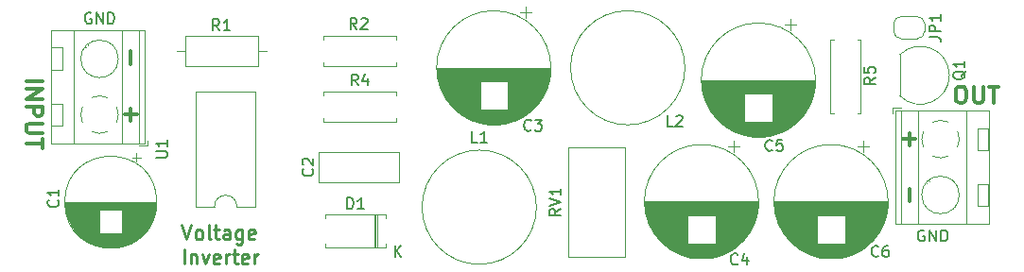
<source format=gto>
%TF.GenerationSoftware,KiCad,Pcbnew,(5.1.12)-1*%
%TF.CreationDate,2022-12-12T19:03:57+01:00*%
%TF.ProjectId,MC34063_invert,4d433334-3036-4335-9f69-6e766572742e,rev?*%
%TF.SameCoordinates,Original*%
%TF.FileFunction,Legend,Top*%
%TF.FilePolarity,Positive*%
%FSLAX46Y46*%
G04 Gerber Fmt 4.6, Leading zero omitted, Abs format (unit mm)*
G04 Created by KiCad (PCBNEW (5.1.12)-1) date 2022-12-12 19:03:57*
%MOMM*%
%LPD*%
G01*
G04 APERTURE LIST*
%ADD10C,0.300000*%
%ADD11C,0.250000*%
%ADD12C,0.150000*%
%ADD13C,0.120000*%
G04 APERTURE END LIST*
D10*
X55307142Y-64171428D02*
X55307142Y-63028571D01*
X55307142Y-69271428D02*
X55307142Y-68128571D01*
X55878571Y-68700000D02*
X54735714Y-68700000D01*
X125007142Y-76471428D02*
X125007142Y-75328571D01*
X125007142Y-71471428D02*
X125007142Y-70328571D01*
X125578571Y-70900000D02*
X124435714Y-70900000D01*
D11*
X59881547Y-78588095D02*
X60298214Y-79888095D01*
X60714880Y-78588095D01*
X61310119Y-79888095D02*
X61191071Y-79826190D01*
X61131547Y-79764285D01*
X61072023Y-79640476D01*
X61072023Y-79269047D01*
X61131547Y-79145238D01*
X61191071Y-79083333D01*
X61310119Y-79021428D01*
X61488690Y-79021428D01*
X61607738Y-79083333D01*
X61667261Y-79145238D01*
X61726785Y-79269047D01*
X61726785Y-79640476D01*
X61667261Y-79764285D01*
X61607738Y-79826190D01*
X61488690Y-79888095D01*
X61310119Y-79888095D01*
X62441071Y-79888095D02*
X62322023Y-79826190D01*
X62262500Y-79702380D01*
X62262500Y-78588095D01*
X62738690Y-79021428D02*
X63214880Y-79021428D01*
X62917261Y-78588095D02*
X62917261Y-79702380D01*
X62976785Y-79826190D01*
X63095833Y-79888095D01*
X63214880Y-79888095D01*
X64167261Y-79888095D02*
X64167261Y-79207142D01*
X64107738Y-79083333D01*
X63988690Y-79021428D01*
X63750595Y-79021428D01*
X63631547Y-79083333D01*
X64167261Y-79826190D02*
X64048214Y-79888095D01*
X63750595Y-79888095D01*
X63631547Y-79826190D01*
X63572023Y-79702380D01*
X63572023Y-79578571D01*
X63631547Y-79454761D01*
X63750595Y-79392857D01*
X64048214Y-79392857D01*
X64167261Y-79330952D01*
X65298214Y-79021428D02*
X65298214Y-80073809D01*
X65238690Y-80197619D01*
X65179166Y-80259523D01*
X65060119Y-80321428D01*
X64881547Y-80321428D01*
X64762500Y-80259523D01*
X65298214Y-79826190D02*
X65179166Y-79888095D01*
X64941071Y-79888095D01*
X64822023Y-79826190D01*
X64762500Y-79764285D01*
X64702976Y-79640476D01*
X64702976Y-79269047D01*
X64762500Y-79145238D01*
X64822023Y-79083333D01*
X64941071Y-79021428D01*
X65179166Y-79021428D01*
X65298214Y-79083333D01*
X66369642Y-79826190D02*
X66250595Y-79888095D01*
X66012500Y-79888095D01*
X65893452Y-79826190D01*
X65833928Y-79702380D01*
X65833928Y-79207142D01*
X65893452Y-79083333D01*
X66012500Y-79021428D01*
X66250595Y-79021428D01*
X66369642Y-79083333D01*
X66429166Y-79207142D01*
X66429166Y-79330952D01*
X65833928Y-79454761D01*
X60060119Y-82088095D02*
X60060119Y-80788095D01*
X60655357Y-81221428D02*
X60655357Y-82088095D01*
X60655357Y-81345238D02*
X60714880Y-81283333D01*
X60833928Y-81221428D01*
X61012500Y-81221428D01*
X61131547Y-81283333D01*
X61191071Y-81407142D01*
X61191071Y-82088095D01*
X61667261Y-81221428D02*
X61964880Y-82088095D01*
X62262500Y-81221428D01*
X63214880Y-82026190D02*
X63095833Y-82088095D01*
X62857738Y-82088095D01*
X62738690Y-82026190D01*
X62679166Y-81902380D01*
X62679166Y-81407142D01*
X62738690Y-81283333D01*
X62857738Y-81221428D01*
X63095833Y-81221428D01*
X63214880Y-81283333D01*
X63274404Y-81407142D01*
X63274404Y-81530952D01*
X62679166Y-81654761D01*
X63810119Y-82088095D02*
X63810119Y-81221428D01*
X63810119Y-81469047D02*
X63869642Y-81345238D01*
X63929166Y-81283333D01*
X64048214Y-81221428D01*
X64167261Y-81221428D01*
X64405357Y-81221428D02*
X64881547Y-81221428D01*
X64583928Y-80788095D02*
X64583928Y-81902380D01*
X64643452Y-82026190D01*
X64762500Y-82088095D01*
X64881547Y-82088095D01*
X65774404Y-82026190D02*
X65655357Y-82088095D01*
X65417261Y-82088095D01*
X65298214Y-82026190D01*
X65238690Y-81902380D01*
X65238690Y-81407142D01*
X65298214Y-81283333D01*
X65417261Y-81221428D01*
X65655357Y-81221428D01*
X65774404Y-81283333D01*
X65833928Y-81407142D01*
X65833928Y-81530952D01*
X65238690Y-81654761D01*
X66369642Y-82088095D02*
X66369642Y-81221428D01*
X66369642Y-81469047D02*
X66429166Y-81345238D01*
X66488690Y-81283333D01*
X66607738Y-81221428D01*
X66726785Y-81221428D01*
D12*
X126338095Y-79100000D02*
X126242857Y-79052380D01*
X126100000Y-79052380D01*
X125957142Y-79100000D01*
X125861904Y-79195238D01*
X125814285Y-79290476D01*
X125766666Y-79480952D01*
X125766666Y-79623809D01*
X125814285Y-79814285D01*
X125861904Y-79909523D01*
X125957142Y-80004761D01*
X126100000Y-80052380D01*
X126195238Y-80052380D01*
X126338095Y-80004761D01*
X126385714Y-79957142D01*
X126385714Y-79623809D01*
X126195238Y-79623809D01*
X126814285Y-80052380D02*
X126814285Y-79052380D01*
X127385714Y-80052380D01*
X127385714Y-79052380D01*
X127861904Y-80052380D02*
X127861904Y-79052380D01*
X128100000Y-79052380D01*
X128242857Y-79100000D01*
X128338095Y-79195238D01*
X128385714Y-79290476D01*
X128433333Y-79480952D01*
X128433333Y-79623809D01*
X128385714Y-79814285D01*
X128338095Y-79909523D01*
X128242857Y-80004761D01*
X128100000Y-80052380D01*
X127861904Y-80052380D01*
D10*
X129500000Y-66178571D02*
X129785714Y-66178571D01*
X129928571Y-66250000D01*
X130071428Y-66392857D01*
X130142857Y-66678571D01*
X130142857Y-67178571D01*
X130071428Y-67464285D01*
X129928571Y-67607142D01*
X129785714Y-67678571D01*
X129500000Y-67678571D01*
X129357142Y-67607142D01*
X129214285Y-67464285D01*
X129142857Y-67178571D01*
X129142857Y-66678571D01*
X129214285Y-66392857D01*
X129357142Y-66250000D01*
X129500000Y-66178571D01*
X130785714Y-66178571D02*
X130785714Y-67392857D01*
X130857142Y-67535714D01*
X130928571Y-67607142D01*
X131071428Y-67678571D01*
X131357142Y-67678571D01*
X131500000Y-67607142D01*
X131571428Y-67535714D01*
X131642857Y-67392857D01*
X131642857Y-66178571D01*
X132142857Y-66178571D02*
X133000000Y-66178571D01*
X132571428Y-67678571D02*
X132571428Y-66178571D01*
D12*
X51738095Y-59600000D02*
X51642857Y-59552380D01*
X51500000Y-59552380D01*
X51357142Y-59600000D01*
X51261904Y-59695238D01*
X51214285Y-59790476D01*
X51166666Y-59980952D01*
X51166666Y-60123809D01*
X51214285Y-60314285D01*
X51261904Y-60409523D01*
X51357142Y-60504761D01*
X51500000Y-60552380D01*
X51595238Y-60552380D01*
X51738095Y-60504761D01*
X51785714Y-60457142D01*
X51785714Y-60123809D01*
X51595238Y-60123809D01*
X52214285Y-60552380D02*
X52214285Y-59552380D01*
X52785714Y-60552380D01*
X52785714Y-59552380D01*
X53261904Y-60552380D02*
X53261904Y-59552380D01*
X53500000Y-59552380D01*
X53642857Y-59600000D01*
X53738095Y-59695238D01*
X53785714Y-59790476D01*
X53833333Y-59980952D01*
X53833333Y-60123809D01*
X53785714Y-60314285D01*
X53738095Y-60409523D01*
X53642857Y-60504761D01*
X53500000Y-60552380D01*
X53261904Y-60552380D01*
D10*
X45921428Y-65707142D02*
X47421428Y-65707142D01*
X45921428Y-66421428D02*
X47421428Y-66421428D01*
X45921428Y-67278571D01*
X47421428Y-67278571D01*
X45921428Y-67992857D02*
X47421428Y-67992857D01*
X47421428Y-68564285D01*
X47350000Y-68707142D01*
X47278571Y-68778571D01*
X47135714Y-68850000D01*
X46921428Y-68850000D01*
X46778571Y-68778571D01*
X46707142Y-68707142D01*
X46635714Y-68564285D01*
X46635714Y-67992857D01*
X47421428Y-69492857D02*
X46207142Y-69492857D01*
X46064285Y-69564285D01*
X45992857Y-69635714D01*
X45921428Y-69778571D01*
X45921428Y-70064285D01*
X45992857Y-70207142D01*
X46064285Y-70278571D01*
X46207142Y-70350000D01*
X47421428Y-70350000D01*
X47421428Y-70850000D02*
X47421428Y-71707142D01*
X45921428Y-71278571D02*
X47421428Y-71278571D01*
D13*
%TO.C,C2*%
X72080000Y-72030000D02*
X79320000Y-72030000D01*
X72080000Y-74770000D02*
X79320000Y-74770000D01*
X72080000Y-72030000D02*
X72080000Y-74770000D01*
X79320000Y-72030000D02*
X79320000Y-74770000D01*
%TO.C,D1*%
X78110000Y-80240000D02*
X78110000Y-80570000D01*
X78110000Y-80570000D02*
X72670000Y-80570000D01*
X72670000Y-80570000D02*
X72670000Y-80240000D01*
X78110000Y-77960000D02*
X78110000Y-77630000D01*
X78110000Y-77630000D02*
X72670000Y-77630000D01*
X72670000Y-77630000D02*
X72670000Y-77960000D01*
X77210000Y-80570000D02*
X77210000Y-77630000D01*
X77090000Y-80570000D02*
X77090000Y-77630000D01*
X77330000Y-80570000D02*
X77330000Y-77630000D01*
%TO.C,J1*%
X56800000Y-71500000D02*
X56800000Y-71000000D01*
X56060000Y-71500000D02*
X56800000Y-71500000D01*
X48200000Y-62700000D02*
X49200000Y-62700000D01*
X48200000Y-64700000D02*
X49200000Y-64700000D01*
X49200000Y-64700000D02*
X49200000Y-62700000D01*
X48200000Y-64700000D02*
X48200000Y-62700000D01*
X53523000Y-64927000D02*
X53569000Y-64974000D01*
X51225000Y-62630000D02*
X51261000Y-62665000D01*
X53739000Y-64734000D02*
X53774000Y-64769000D01*
X51431000Y-62425000D02*
X51477000Y-62472000D01*
X48200000Y-67700000D02*
X49200000Y-67700000D01*
X48200000Y-69700000D02*
X49200000Y-69700000D01*
X49200000Y-69700000D02*
X49200000Y-67700000D01*
X48200000Y-69700000D02*
X48200000Y-67700000D01*
X48140000Y-61140000D02*
X56560000Y-61140000D01*
X48140000Y-71260000D02*
X56560000Y-71260000D01*
X56560000Y-71260000D02*
X56560000Y-61140000D01*
X48140000Y-71260000D02*
X48140000Y-61140000D01*
X50199000Y-71260000D02*
X50199000Y-61140000D01*
X54500000Y-71260000D02*
X54500000Y-61140000D01*
X56000000Y-71260000D02*
X56000000Y-61140000D01*
X54180000Y-63700000D02*
G75*
G03*
X54180000Y-63700000I-1680000J0D01*
G01*
X54180253Y-68671195D02*
G75*
G02*
X54035000Y-69384000I-1680253J-28805D01*
G01*
X53183042Y-70235426D02*
G75*
G02*
X51816000Y-70235000I-683042J1535426D01*
G01*
X50964574Y-69383042D02*
G75*
G02*
X50965000Y-68016000I1535426J683042D01*
G01*
X51816958Y-67164574D02*
G75*
G02*
X53184000Y-67165000I683042J-1535426D01*
G01*
X54034756Y-68016682D02*
G75*
G02*
X54180000Y-68700000I-1534756J-683318D01*
G01*
%TO.C,J2*%
X129480000Y-75900000D02*
G75*
G03*
X129480000Y-75900000I-1680000J0D01*
G01*
X124300000Y-68340000D02*
X124300000Y-78460000D01*
X125800000Y-68340000D02*
X125800000Y-78460000D01*
X130101000Y-68340000D02*
X130101000Y-78460000D01*
X132160000Y-68340000D02*
X132160000Y-78460000D01*
X123740000Y-68340000D02*
X123740000Y-78460000D01*
X132160000Y-68340000D02*
X123740000Y-68340000D01*
X132160000Y-78460000D02*
X123740000Y-78460000D01*
X132100000Y-69900000D02*
X132100000Y-71900000D01*
X131100000Y-69900000D02*
X131100000Y-71900000D01*
X132100000Y-69900000D02*
X131100000Y-69900000D01*
X132100000Y-71900000D02*
X131100000Y-71900000D01*
X128869000Y-77175000D02*
X128823000Y-77128000D01*
X126561000Y-74866000D02*
X126526000Y-74831000D01*
X129075000Y-76970000D02*
X129039000Y-76935000D01*
X126777000Y-74673000D02*
X126731000Y-74626000D01*
X132100000Y-74900000D02*
X132100000Y-76900000D01*
X131100000Y-74900000D02*
X131100000Y-76900000D01*
X132100000Y-74900000D02*
X131100000Y-74900000D01*
X132100000Y-76900000D02*
X131100000Y-76900000D01*
X124240000Y-68100000D02*
X123500000Y-68100000D01*
X123500000Y-68100000D02*
X123500000Y-68600000D01*
X126265244Y-71583318D02*
G75*
G02*
X126120000Y-70900000I1534756J683318D01*
G01*
X128483042Y-72435426D02*
G75*
G02*
X127116000Y-72435000I-683042J1535426D01*
G01*
X129335426Y-70216958D02*
G75*
G02*
X129335000Y-71584000I-1535426J-683042D01*
G01*
X127116958Y-69364574D02*
G75*
G02*
X128484000Y-69365000I683042J-1535426D01*
G01*
X126119747Y-70928805D02*
G75*
G02*
X126265000Y-70216000I1680253J28805D01*
G01*
%TO.C,JP1*%
X123600000Y-61200000D02*
X123600000Y-60600000D01*
X125700000Y-61900000D02*
X124300000Y-61900000D01*
X126400000Y-60600000D02*
X126400000Y-61200000D01*
X124300000Y-59900000D02*
X125700000Y-59900000D01*
X125700000Y-59900000D02*
G75*
G02*
X126400000Y-60600000I0J-700000D01*
G01*
X126400000Y-61200000D02*
G75*
G02*
X125700000Y-61900000I-700000J0D01*
G01*
X124300000Y-61900000D02*
G75*
G02*
X123600000Y-61200000I0J700000D01*
G01*
X123600000Y-60600000D02*
G75*
G02*
X124300000Y-59900000I700000J0D01*
G01*
%TO.C,L1*%
X91620000Y-77000000D02*
G75*
G03*
X91620000Y-77000000I-5120000J0D01*
G01*
%TO.C,L2*%
X104920000Y-64500000D02*
G75*
G03*
X104920000Y-64500000I-5120000J0D01*
G01*
%TO.C,R1*%
X66690000Y-64370000D02*
X66690000Y-61630000D01*
X66690000Y-61630000D02*
X60150000Y-61630000D01*
X60150000Y-61630000D02*
X60150000Y-64370000D01*
X60150000Y-64370000D02*
X66690000Y-64370000D01*
X67460000Y-63000000D02*
X66690000Y-63000000D01*
X59380000Y-63000000D02*
X60150000Y-63000000D01*
%TO.C,R2*%
X79060000Y-64040000D02*
X79060000Y-64370000D01*
X79060000Y-64370000D02*
X72520000Y-64370000D01*
X72520000Y-64370000D02*
X72520000Y-64040000D01*
X79060000Y-61960000D02*
X79060000Y-61630000D01*
X79060000Y-61630000D02*
X72520000Y-61630000D01*
X72520000Y-61630000D02*
X72520000Y-61960000D01*
%TO.C,R4*%
X72540000Y-66960000D02*
X72540000Y-66630000D01*
X72540000Y-66630000D02*
X79080000Y-66630000D01*
X79080000Y-66630000D02*
X79080000Y-66960000D01*
X72540000Y-69040000D02*
X72540000Y-69370000D01*
X72540000Y-69370000D02*
X79080000Y-69370000D01*
X79080000Y-69370000D02*
X79080000Y-69040000D01*
%TO.C,R5*%
X120670000Y-62020000D02*
X120340000Y-62020000D01*
X120670000Y-68560000D02*
X120670000Y-62020000D01*
X120340000Y-68560000D02*
X120670000Y-68560000D01*
X117930000Y-62020000D02*
X118260000Y-62020000D01*
X117930000Y-68560000D02*
X117930000Y-62020000D01*
X118260000Y-68560000D02*
X117930000Y-68560000D01*
%TO.C,RV1*%
X94470000Y-81425000D02*
X94470000Y-71655000D01*
X99540000Y-81425000D02*
X99540000Y-71655000D01*
X94470000Y-81425000D02*
X99540000Y-81425000D01*
X94470000Y-71655000D02*
X99540000Y-71655000D01*
%TO.C,U1*%
X64790000Y-76930000D02*
X66440000Y-76930000D01*
X66440000Y-76930000D02*
X66440000Y-66650000D01*
X66440000Y-66650000D02*
X61140000Y-66650000D01*
X61140000Y-66650000D02*
X61140000Y-76930000D01*
X61140000Y-76930000D02*
X62790000Y-76930000D01*
X62790000Y-76930000D02*
G75*
G02*
X64790000Y-76930000I1000000J0D01*
G01*
%TO.C,C3*%
X92920000Y-64500000D02*
G75*
G03*
X92920000Y-64500000I-5120000J0D01*
G01*
X92880000Y-64500000D02*
X82720000Y-64500000D01*
X92880000Y-64540000D02*
X82720000Y-64540000D01*
X92880000Y-64580000D02*
X82720000Y-64580000D01*
X92879000Y-64620000D02*
X82721000Y-64620000D01*
X92878000Y-64660000D02*
X82722000Y-64660000D01*
X92877000Y-64700000D02*
X82723000Y-64700000D01*
X92875000Y-64740000D02*
X82725000Y-64740000D01*
X92873000Y-64780000D02*
X82727000Y-64780000D01*
X92870000Y-64820000D02*
X82730000Y-64820000D01*
X92868000Y-64860000D02*
X82732000Y-64860000D01*
X92865000Y-64900000D02*
X82735000Y-64900000D01*
X92862000Y-64940000D02*
X82738000Y-64940000D01*
X92858000Y-64980000D02*
X82742000Y-64980000D01*
X92854000Y-65020000D02*
X82746000Y-65020000D01*
X92850000Y-65060000D02*
X82750000Y-65060000D01*
X92845000Y-65100000D02*
X82755000Y-65100000D01*
X92840000Y-65140000D02*
X82760000Y-65140000D01*
X92835000Y-65180000D02*
X82765000Y-65180000D01*
X92830000Y-65221000D02*
X82770000Y-65221000D01*
X92824000Y-65261000D02*
X82776000Y-65261000D01*
X92818000Y-65301000D02*
X82782000Y-65301000D01*
X92811000Y-65341000D02*
X82789000Y-65341000D01*
X92804000Y-65381000D02*
X82796000Y-65381000D01*
X92797000Y-65421000D02*
X82803000Y-65421000D01*
X92790000Y-65461000D02*
X82810000Y-65461000D01*
X92782000Y-65501000D02*
X82818000Y-65501000D01*
X92774000Y-65541000D02*
X82826000Y-65541000D01*
X92765000Y-65581000D02*
X82835000Y-65581000D01*
X92756000Y-65621000D02*
X82844000Y-65621000D01*
X92747000Y-65661000D02*
X82853000Y-65661000D01*
X92738000Y-65701000D02*
X82862000Y-65701000D01*
X92728000Y-65741000D02*
X82872000Y-65741000D01*
X92718000Y-65781000D02*
X89041000Y-65781000D01*
X86559000Y-65781000D02*
X82882000Y-65781000D01*
X92707000Y-65821000D02*
X89041000Y-65821000D01*
X86559000Y-65821000D02*
X82893000Y-65821000D01*
X92697000Y-65861000D02*
X89041000Y-65861000D01*
X86559000Y-65861000D02*
X82903000Y-65861000D01*
X92685000Y-65901000D02*
X89041000Y-65901000D01*
X86559000Y-65901000D02*
X82915000Y-65901000D01*
X92674000Y-65941000D02*
X89041000Y-65941000D01*
X86559000Y-65941000D02*
X82926000Y-65941000D01*
X92662000Y-65981000D02*
X89041000Y-65981000D01*
X86559000Y-65981000D02*
X82938000Y-65981000D01*
X92650000Y-66021000D02*
X89041000Y-66021000D01*
X86559000Y-66021000D02*
X82950000Y-66021000D01*
X92637000Y-66061000D02*
X89041000Y-66061000D01*
X86559000Y-66061000D02*
X82963000Y-66061000D01*
X92624000Y-66101000D02*
X89041000Y-66101000D01*
X86559000Y-66101000D02*
X82976000Y-66101000D01*
X92611000Y-66141000D02*
X89041000Y-66141000D01*
X86559000Y-66141000D02*
X82989000Y-66141000D01*
X92597000Y-66181000D02*
X89041000Y-66181000D01*
X86559000Y-66181000D02*
X83003000Y-66181000D01*
X92583000Y-66221000D02*
X89041000Y-66221000D01*
X86559000Y-66221000D02*
X83017000Y-66221000D01*
X92568000Y-66261000D02*
X89041000Y-66261000D01*
X86559000Y-66261000D02*
X83032000Y-66261000D01*
X92554000Y-66301000D02*
X89041000Y-66301000D01*
X86559000Y-66301000D02*
X83046000Y-66301000D01*
X92538000Y-66341000D02*
X89041000Y-66341000D01*
X86559000Y-66341000D02*
X83062000Y-66341000D01*
X92523000Y-66381000D02*
X89041000Y-66381000D01*
X86559000Y-66381000D02*
X83077000Y-66381000D01*
X92507000Y-66421000D02*
X89041000Y-66421000D01*
X86559000Y-66421000D02*
X83093000Y-66421000D01*
X92490000Y-66461000D02*
X89041000Y-66461000D01*
X86559000Y-66461000D02*
X83110000Y-66461000D01*
X92474000Y-66501000D02*
X89041000Y-66501000D01*
X86559000Y-66501000D02*
X83126000Y-66501000D01*
X92457000Y-66541000D02*
X89041000Y-66541000D01*
X86559000Y-66541000D02*
X83143000Y-66541000D01*
X92439000Y-66581000D02*
X89041000Y-66581000D01*
X86559000Y-66581000D02*
X83161000Y-66581000D01*
X92421000Y-66621000D02*
X89041000Y-66621000D01*
X86559000Y-66621000D02*
X83179000Y-66621000D01*
X92403000Y-66661000D02*
X89041000Y-66661000D01*
X86559000Y-66661000D02*
X83197000Y-66661000D01*
X92384000Y-66701000D02*
X89041000Y-66701000D01*
X86559000Y-66701000D02*
X83216000Y-66701000D01*
X92364000Y-66741000D02*
X89041000Y-66741000D01*
X86559000Y-66741000D02*
X83236000Y-66741000D01*
X92345000Y-66781000D02*
X89041000Y-66781000D01*
X86559000Y-66781000D02*
X83255000Y-66781000D01*
X92325000Y-66821000D02*
X89041000Y-66821000D01*
X86559000Y-66821000D02*
X83275000Y-66821000D01*
X92304000Y-66861000D02*
X89041000Y-66861000D01*
X86559000Y-66861000D02*
X83296000Y-66861000D01*
X92283000Y-66901000D02*
X89041000Y-66901000D01*
X86559000Y-66901000D02*
X83317000Y-66901000D01*
X92262000Y-66941000D02*
X89041000Y-66941000D01*
X86559000Y-66941000D02*
X83338000Y-66941000D01*
X92240000Y-66981000D02*
X89041000Y-66981000D01*
X86559000Y-66981000D02*
X83360000Y-66981000D01*
X92217000Y-67021000D02*
X89041000Y-67021000D01*
X86559000Y-67021000D02*
X83383000Y-67021000D01*
X92195000Y-67061000D02*
X89041000Y-67061000D01*
X86559000Y-67061000D02*
X83405000Y-67061000D01*
X92171000Y-67101000D02*
X89041000Y-67101000D01*
X86559000Y-67101000D02*
X83429000Y-67101000D01*
X92147000Y-67141000D02*
X89041000Y-67141000D01*
X86559000Y-67141000D02*
X83453000Y-67141000D01*
X92123000Y-67181000D02*
X89041000Y-67181000D01*
X86559000Y-67181000D02*
X83477000Y-67181000D01*
X92098000Y-67221000D02*
X89041000Y-67221000D01*
X86559000Y-67221000D02*
X83502000Y-67221000D01*
X92073000Y-67261000D02*
X89041000Y-67261000D01*
X86559000Y-67261000D02*
X83527000Y-67261000D01*
X92047000Y-67301000D02*
X89041000Y-67301000D01*
X86559000Y-67301000D02*
X83553000Y-67301000D01*
X92021000Y-67341000D02*
X89041000Y-67341000D01*
X86559000Y-67341000D02*
X83579000Y-67341000D01*
X91994000Y-67381000D02*
X89041000Y-67381000D01*
X86559000Y-67381000D02*
X83606000Y-67381000D01*
X91966000Y-67421000D02*
X89041000Y-67421000D01*
X86559000Y-67421000D02*
X83634000Y-67421000D01*
X91938000Y-67461000D02*
X89041000Y-67461000D01*
X86559000Y-67461000D02*
X83662000Y-67461000D01*
X91910000Y-67501000D02*
X89041000Y-67501000D01*
X86559000Y-67501000D02*
X83690000Y-67501000D01*
X91880000Y-67541000D02*
X89041000Y-67541000D01*
X86559000Y-67541000D02*
X83720000Y-67541000D01*
X91850000Y-67581000D02*
X89041000Y-67581000D01*
X86559000Y-67581000D02*
X83750000Y-67581000D01*
X91820000Y-67621000D02*
X89041000Y-67621000D01*
X86559000Y-67621000D02*
X83780000Y-67621000D01*
X91789000Y-67661000D02*
X89041000Y-67661000D01*
X86559000Y-67661000D02*
X83811000Y-67661000D01*
X91757000Y-67701000D02*
X89041000Y-67701000D01*
X86559000Y-67701000D02*
X83843000Y-67701000D01*
X91725000Y-67741000D02*
X89041000Y-67741000D01*
X86559000Y-67741000D02*
X83875000Y-67741000D01*
X91692000Y-67781000D02*
X89041000Y-67781000D01*
X86559000Y-67781000D02*
X83908000Y-67781000D01*
X91658000Y-67821000D02*
X89041000Y-67821000D01*
X86559000Y-67821000D02*
X83942000Y-67821000D01*
X91624000Y-67861000D02*
X89041000Y-67861000D01*
X86559000Y-67861000D02*
X83976000Y-67861000D01*
X91589000Y-67901000D02*
X89041000Y-67901000D01*
X86559000Y-67901000D02*
X84011000Y-67901000D01*
X91553000Y-67941000D02*
X89041000Y-67941000D01*
X86559000Y-67941000D02*
X84047000Y-67941000D01*
X91516000Y-67981000D02*
X89041000Y-67981000D01*
X86559000Y-67981000D02*
X84084000Y-67981000D01*
X91479000Y-68021000D02*
X89041000Y-68021000D01*
X86559000Y-68021000D02*
X84121000Y-68021000D01*
X91440000Y-68061000D02*
X89041000Y-68061000D01*
X86559000Y-68061000D02*
X84160000Y-68061000D01*
X91401000Y-68101000D02*
X89041000Y-68101000D01*
X86559000Y-68101000D02*
X84199000Y-68101000D01*
X91361000Y-68141000D02*
X89041000Y-68141000D01*
X86559000Y-68141000D02*
X84239000Y-68141000D01*
X91320000Y-68181000D02*
X89041000Y-68181000D01*
X86559000Y-68181000D02*
X84280000Y-68181000D01*
X91278000Y-68221000D02*
X89041000Y-68221000D01*
X86559000Y-68221000D02*
X84322000Y-68221000D01*
X91236000Y-68261000D02*
X84364000Y-68261000D01*
X91192000Y-68301000D02*
X84408000Y-68301000D01*
X91147000Y-68341000D02*
X84453000Y-68341000D01*
X91101000Y-68381000D02*
X84499000Y-68381000D01*
X91054000Y-68421000D02*
X84546000Y-68421000D01*
X91006000Y-68461000D02*
X84594000Y-68461000D01*
X90956000Y-68501000D02*
X84644000Y-68501000D01*
X90906000Y-68541000D02*
X84694000Y-68541000D01*
X90854000Y-68581000D02*
X84746000Y-68581000D01*
X90800000Y-68621000D02*
X84800000Y-68621000D01*
X90745000Y-68661000D02*
X84855000Y-68661000D01*
X90689000Y-68701000D02*
X84911000Y-68701000D01*
X90630000Y-68741000D02*
X84970000Y-68741000D01*
X90570000Y-68781000D02*
X85030000Y-68781000D01*
X90509000Y-68821000D02*
X85091000Y-68821000D01*
X90445000Y-68861000D02*
X85155000Y-68861000D01*
X90379000Y-68901000D02*
X85221000Y-68901000D01*
X90310000Y-68941000D02*
X85290000Y-68941000D01*
X90239000Y-68981000D02*
X85361000Y-68981000D01*
X90165000Y-69021000D02*
X85435000Y-69021000D01*
X90089000Y-69061000D02*
X85511000Y-69061000D01*
X90009000Y-69101000D02*
X85591000Y-69101000D01*
X89925000Y-69141000D02*
X85675000Y-69141000D01*
X89837000Y-69181000D02*
X85763000Y-69181000D01*
X89744000Y-69221000D02*
X85856000Y-69221000D01*
X89646000Y-69261000D02*
X85954000Y-69261000D01*
X89542000Y-69301000D02*
X86058000Y-69301000D01*
X89430000Y-69341000D02*
X86170000Y-69341000D01*
X89310000Y-69381000D02*
X86290000Y-69381000D01*
X89178000Y-69421000D02*
X86422000Y-69421000D01*
X89030000Y-69461000D02*
X86570000Y-69461000D01*
X88862000Y-69501000D02*
X86738000Y-69501000D01*
X88662000Y-69541000D02*
X86938000Y-69541000D01*
X88399000Y-69581000D02*
X87201000Y-69581000D01*
X90675000Y-59020354D02*
X90675000Y-60020354D01*
X91175000Y-59520354D02*
X90175000Y-59520354D01*
%TO.C,C4*%
X109775000Y-71520354D02*
X108775000Y-71520354D01*
X109275000Y-71020354D02*
X109275000Y-72020354D01*
X106999000Y-81581000D02*
X105801000Y-81581000D01*
X107262000Y-81541000D02*
X105538000Y-81541000D01*
X107462000Y-81501000D02*
X105338000Y-81501000D01*
X107630000Y-81461000D02*
X105170000Y-81461000D01*
X107778000Y-81421000D02*
X105022000Y-81421000D01*
X107910000Y-81381000D02*
X104890000Y-81381000D01*
X108030000Y-81341000D02*
X104770000Y-81341000D01*
X108142000Y-81301000D02*
X104658000Y-81301000D01*
X108246000Y-81261000D02*
X104554000Y-81261000D01*
X108344000Y-81221000D02*
X104456000Y-81221000D01*
X108437000Y-81181000D02*
X104363000Y-81181000D01*
X108525000Y-81141000D02*
X104275000Y-81141000D01*
X108609000Y-81101000D02*
X104191000Y-81101000D01*
X108689000Y-81061000D02*
X104111000Y-81061000D01*
X108765000Y-81021000D02*
X104035000Y-81021000D01*
X108839000Y-80981000D02*
X103961000Y-80981000D01*
X108910000Y-80941000D02*
X103890000Y-80941000D01*
X108979000Y-80901000D02*
X103821000Y-80901000D01*
X109045000Y-80861000D02*
X103755000Y-80861000D01*
X109109000Y-80821000D02*
X103691000Y-80821000D01*
X109170000Y-80781000D02*
X103630000Y-80781000D01*
X109230000Y-80741000D02*
X103570000Y-80741000D01*
X109289000Y-80701000D02*
X103511000Y-80701000D01*
X109345000Y-80661000D02*
X103455000Y-80661000D01*
X109400000Y-80621000D02*
X103400000Y-80621000D01*
X109454000Y-80581000D02*
X103346000Y-80581000D01*
X109506000Y-80541000D02*
X103294000Y-80541000D01*
X109556000Y-80501000D02*
X103244000Y-80501000D01*
X109606000Y-80461000D02*
X103194000Y-80461000D01*
X109654000Y-80421000D02*
X103146000Y-80421000D01*
X109701000Y-80381000D02*
X103099000Y-80381000D01*
X109747000Y-80341000D02*
X103053000Y-80341000D01*
X109792000Y-80301000D02*
X103008000Y-80301000D01*
X109836000Y-80261000D02*
X102964000Y-80261000D01*
X105159000Y-80221000D02*
X102922000Y-80221000D01*
X109878000Y-80221000D02*
X107641000Y-80221000D01*
X105159000Y-80181000D02*
X102880000Y-80181000D01*
X109920000Y-80181000D02*
X107641000Y-80181000D01*
X105159000Y-80141000D02*
X102839000Y-80141000D01*
X109961000Y-80141000D02*
X107641000Y-80141000D01*
X105159000Y-80101000D02*
X102799000Y-80101000D01*
X110001000Y-80101000D02*
X107641000Y-80101000D01*
X105159000Y-80061000D02*
X102760000Y-80061000D01*
X110040000Y-80061000D02*
X107641000Y-80061000D01*
X105159000Y-80021000D02*
X102721000Y-80021000D01*
X110079000Y-80021000D02*
X107641000Y-80021000D01*
X105159000Y-79981000D02*
X102684000Y-79981000D01*
X110116000Y-79981000D02*
X107641000Y-79981000D01*
X105159000Y-79941000D02*
X102647000Y-79941000D01*
X110153000Y-79941000D02*
X107641000Y-79941000D01*
X105159000Y-79901000D02*
X102611000Y-79901000D01*
X110189000Y-79901000D02*
X107641000Y-79901000D01*
X105159000Y-79861000D02*
X102576000Y-79861000D01*
X110224000Y-79861000D02*
X107641000Y-79861000D01*
X105159000Y-79821000D02*
X102542000Y-79821000D01*
X110258000Y-79821000D02*
X107641000Y-79821000D01*
X105159000Y-79781000D02*
X102508000Y-79781000D01*
X110292000Y-79781000D02*
X107641000Y-79781000D01*
X105159000Y-79741000D02*
X102475000Y-79741000D01*
X110325000Y-79741000D02*
X107641000Y-79741000D01*
X105159000Y-79701000D02*
X102443000Y-79701000D01*
X110357000Y-79701000D02*
X107641000Y-79701000D01*
X105159000Y-79661000D02*
X102411000Y-79661000D01*
X110389000Y-79661000D02*
X107641000Y-79661000D01*
X105159000Y-79621000D02*
X102380000Y-79621000D01*
X110420000Y-79621000D02*
X107641000Y-79621000D01*
X105159000Y-79581000D02*
X102350000Y-79581000D01*
X110450000Y-79581000D02*
X107641000Y-79581000D01*
X105159000Y-79541000D02*
X102320000Y-79541000D01*
X110480000Y-79541000D02*
X107641000Y-79541000D01*
X105159000Y-79501000D02*
X102290000Y-79501000D01*
X110510000Y-79501000D02*
X107641000Y-79501000D01*
X105159000Y-79461000D02*
X102262000Y-79461000D01*
X110538000Y-79461000D02*
X107641000Y-79461000D01*
X105159000Y-79421000D02*
X102234000Y-79421000D01*
X110566000Y-79421000D02*
X107641000Y-79421000D01*
X105159000Y-79381000D02*
X102206000Y-79381000D01*
X110594000Y-79381000D02*
X107641000Y-79381000D01*
X105159000Y-79341000D02*
X102179000Y-79341000D01*
X110621000Y-79341000D02*
X107641000Y-79341000D01*
X105159000Y-79301000D02*
X102153000Y-79301000D01*
X110647000Y-79301000D02*
X107641000Y-79301000D01*
X105159000Y-79261000D02*
X102127000Y-79261000D01*
X110673000Y-79261000D02*
X107641000Y-79261000D01*
X105159000Y-79221000D02*
X102102000Y-79221000D01*
X110698000Y-79221000D02*
X107641000Y-79221000D01*
X105159000Y-79181000D02*
X102077000Y-79181000D01*
X110723000Y-79181000D02*
X107641000Y-79181000D01*
X105159000Y-79141000D02*
X102053000Y-79141000D01*
X110747000Y-79141000D02*
X107641000Y-79141000D01*
X105159000Y-79101000D02*
X102029000Y-79101000D01*
X110771000Y-79101000D02*
X107641000Y-79101000D01*
X105159000Y-79061000D02*
X102005000Y-79061000D01*
X110795000Y-79061000D02*
X107641000Y-79061000D01*
X105159000Y-79021000D02*
X101983000Y-79021000D01*
X110817000Y-79021000D02*
X107641000Y-79021000D01*
X105159000Y-78981000D02*
X101960000Y-78981000D01*
X110840000Y-78981000D02*
X107641000Y-78981000D01*
X105159000Y-78941000D02*
X101938000Y-78941000D01*
X110862000Y-78941000D02*
X107641000Y-78941000D01*
X105159000Y-78901000D02*
X101917000Y-78901000D01*
X110883000Y-78901000D02*
X107641000Y-78901000D01*
X105159000Y-78861000D02*
X101896000Y-78861000D01*
X110904000Y-78861000D02*
X107641000Y-78861000D01*
X105159000Y-78821000D02*
X101875000Y-78821000D01*
X110925000Y-78821000D02*
X107641000Y-78821000D01*
X105159000Y-78781000D02*
X101855000Y-78781000D01*
X110945000Y-78781000D02*
X107641000Y-78781000D01*
X105159000Y-78741000D02*
X101836000Y-78741000D01*
X110964000Y-78741000D02*
X107641000Y-78741000D01*
X105159000Y-78701000D02*
X101816000Y-78701000D01*
X110984000Y-78701000D02*
X107641000Y-78701000D01*
X105159000Y-78661000D02*
X101797000Y-78661000D01*
X111003000Y-78661000D02*
X107641000Y-78661000D01*
X105159000Y-78621000D02*
X101779000Y-78621000D01*
X111021000Y-78621000D02*
X107641000Y-78621000D01*
X105159000Y-78581000D02*
X101761000Y-78581000D01*
X111039000Y-78581000D02*
X107641000Y-78581000D01*
X105159000Y-78541000D02*
X101743000Y-78541000D01*
X111057000Y-78541000D02*
X107641000Y-78541000D01*
X105159000Y-78501000D02*
X101726000Y-78501000D01*
X111074000Y-78501000D02*
X107641000Y-78501000D01*
X105159000Y-78461000D02*
X101710000Y-78461000D01*
X111090000Y-78461000D02*
X107641000Y-78461000D01*
X105159000Y-78421000D02*
X101693000Y-78421000D01*
X111107000Y-78421000D02*
X107641000Y-78421000D01*
X105159000Y-78381000D02*
X101677000Y-78381000D01*
X111123000Y-78381000D02*
X107641000Y-78381000D01*
X105159000Y-78341000D02*
X101662000Y-78341000D01*
X111138000Y-78341000D02*
X107641000Y-78341000D01*
X105159000Y-78301000D02*
X101646000Y-78301000D01*
X111154000Y-78301000D02*
X107641000Y-78301000D01*
X105159000Y-78261000D02*
X101632000Y-78261000D01*
X111168000Y-78261000D02*
X107641000Y-78261000D01*
X105159000Y-78221000D02*
X101617000Y-78221000D01*
X111183000Y-78221000D02*
X107641000Y-78221000D01*
X105159000Y-78181000D02*
X101603000Y-78181000D01*
X111197000Y-78181000D02*
X107641000Y-78181000D01*
X105159000Y-78141000D02*
X101589000Y-78141000D01*
X111211000Y-78141000D02*
X107641000Y-78141000D01*
X105159000Y-78101000D02*
X101576000Y-78101000D01*
X111224000Y-78101000D02*
X107641000Y-78101000D01*
X105159000Y-78061000D02*
X101563000Y-78061000D01*
X111237000Y-78061000D02*
X107641000Y-78061000D01*
X105159000Y-78021000D02*
X101550000Y-78021000D01*
X111250000Y-78021000D02*
X107641000Y-78021000D01*
X105159000Y-77981000D02*
X101538000Y-77981000D01*
X111262000Y-77981000D02*
X107641000Y-77981000D01*
X105159000Y-77941000D02*
X101526000Y-77941000D01*
X111274000Y-77941000D02*
X107641000Y-77941000D01*
X105159000Y-77901000D02*
X101515000Y-77901000D01*
X111285000Y-77901000D02*
X107641000Y-77901000D01*
X105159000Y-77861000D02*
X101503000Y-77861000D01*
X111297000Y-77861000D02*
X107641000Y-77861000D01*
X105159000Y-77821000D02*
X101493000Y-77821000D01*
X111307000Y-77821000D02*
X107641000Y-77821000D01*
X105159000Y-77781000D02*
X101482000Y-77781000D01*
X111318000Y-77781000D02*
X107641000Y-77781000D01*
X111328000Y-77741000D02*
X101472000Y-77741000D01*
X111338000Y-77701000D02*
X101462000Y-77701000D01*
X111347000Y-77661000D02*
X101453000Y-77661000D01*
X111356000Y-77621000D02*
X101444000Y-77621000D01*
X111365000Y-77581000D02*
X101435000Y-77581000D01*
X111374000Y-77541000D02*
X101426000Y-77541000D01*
X111382000Y-77501000D02*
X101418000Y-77501000D01*
X111390000Y-77461000D02*
X101410000Y-77461000D01*
X111397000Y-77421000D02*
X101403000Y-77421000D01*
X111404000Y-77381000D02*
X101396000Y-77381000D01*
X111411000Y-77341000D02*
X101389000Y-77341000D01*
X111418000Y-77301000D02*
X101382000Y-77301000D01*
X111424000Y-77261000D02*
X101376000Y-77261000D01*
X111430000Y-77221000D02*
X101370000Y-77221000D01*
X111435000Y-77180000D02*
X101365000Y-77180000D01*
X111440000Y-77140000D02*
X101360000Y-77140000D01*
X111445000Y-77100000D02*
X101355000Y-77100000D01*
X111450000Y-77060000D02*
X101350000Y-77060000D01*
X111454000Y-77020000D02*
X101346000Y-77020000D01*
X111458000Y-76980000D02*
X101342000Y-76980000D01*
X111462000Y-76940000D02*
X101338000Y-76940000D01*
X111465000Y-76900000D02*
X101335000Y-76900000D01*
X111468000Y-76860000D02*
X101332000Y-76860000D01*
X111470000Y-76820000D02*
X101330000Y-76820000D01*
X111473000Y-76780000D02*
X101327000Y-76780000D01*
X111475000Y-76740000D02*
X101325000Y-76740000D01*
X111477000Y-76700000D02*
X101323000Y-76700000D01*
X111478000Y-76660000D02*
X101322000Y-76660000D01*
X111479000Y-76620000D02*
X101321000Y-76620000D01*
X111480000Y-76580000D02*
X101320000Y-76580000D01*
X111480000Y-76540000D02*
X101320000Y-76540000D01*
X111480000Y-76500000D02*
X101320000Y-76500000D01*
X111520000Y-76500000D02*
G75*
G03*
X111520000Y-76500000I-5120000J0D01*
G01*
%TO.C,C5*%
X114875000Y-60620354D02*
X113875000Y-60620354D01*
X114375000Y-60120354D02*
X114375000Y-61120354D01*
X112099000Y-70681000D02*
X110901000Y-70681000D01*
X112362000Y-70641000D02*
X110638000Y-70641000D01*
X112562000Y-70601000D02*
X110438000Y-70601000D01*
X112730000Y-70561000D02*
X110270000Y-70561000D01*
X112878000Y-70521000D02*
X110122000Y-70521000D01*
X113010000Y-70481000D02*
X109990000Y-70481000D01*
X113130000Y-70441000D02*
X109870000Y-70441000D01*
X113242000Y-70401000D02*
X109758000Y-70401000D01*
X113346000Y-70361000D02*
X109654000Y-70361000D01*
X113444000Y-70321000D02*
X109556000Y-70321000D01*
X113537000Y-70281000D02*
X109463000Y-70281000D01*
X113625000Y-70241000D02*
X109375000Y-70241000D01*
X113709000Y-70201000D02*
X109291000Y-70201000D01*
X113789000Y-70161000D02*
X109211000Y-70161000D01*
X113865000Y-70121000D02*
X109135000Y-70121000D01*
X113939000Y-70081000D02*
X109061000Y-70081000D01*
X114010000Y-70041000D02*
X108990000Y-70041000D01*
X114079000Y-70001000D02*
X108921000Y-70001000D01*
X114145000Y-69961000D02*
X108855000Y-69961000D01*
X114209000Y-69921000D02*
X108791000Y-69921000D01*
X114270000Y-69881000D02*
X108730000Y-69881000D01*
X114330000Y-69841000D02*
X108670000Y-69841000D01*
X114389000Y-69801000D02*
X108611000Y-69801000D01*
X114445000Y-69761000D02*
X108555000Y-69761000D01*
X114500000Y-69721000D02*
X108500000Y-69721000D01*
X114554000Y-69681000D02*
X108446000Y-69681000D01*
X114606000Y-69641000D02*
X108394000Y-69641000D01*
X114656000Y-69601000D02*
X108344000Y-69601000D01*
X114706000Y-69561000D02*
X108294000Y-69561000D01*
X114754000Y-69521000D02*
X108246000Y-69521000D01*
X114801000Y-69481000D02*
X108199000Y-69481000D01*
X114847000Y-69441000D02*
X108153000Y-69441000D01*
X114892000Y-69401000D02*
X108108000Y-69401000D01*
X114936000Y-69361000D02*
X108064000Y-69361000D01*
X110259000Y-69321000D02*
X108022000Y-69321000D01*
X114978000Y-69321000D02*
X112741000Y-69321000D01*
X110259000Y-69281000D02*
X107980000Y-69281000D01*
X115020000Y-69281000D02*
X112741000Y-69281000D01*
X110259000Y-69241000D02*
X107939000Y-69241000D01*
X115061000Y-69241000D02*
X112741000Y-69241000D01*
X110259000Y-69201000D02*
X107899000Y-69201000D01*
X115101000Y-69201000D02*
X112741000Y-69201000D01*
X110259000Y-69161000D02*
X107860000Y-69161000D01*
X115140000Y-69161000D02*
X112741000Y-69161000D01*
X110259000Y-69121000D02*
X107821000Y-69121000D01*
X115179000Y-69121000D02*
X112741000Y-69121000D01*
X110259000Y-69081000D02*
X107784000Y-69081000D01*
X115216000Y-69081000D02*
X112741000Y-69081000D01*
X110259000Y-69041000D02*
X107747000Y-69041000D01*
X115253000Y-69041000D02*
X112741000Y-69041000D01*
X110259000Y-69001000D02*
X107711000Y-69001000D01*
X115289000Y-69001000D02*
X112741000Y-69001000D01*
X110259000Y-68961000D02*
X107676000Y-68961000D01*
X115324000Y-68961000D02*
X112741000Y-68961000D01*
X110259000Y-68921000D02*
X107642000Y-68921000D01*
X115358000Y-68921000D02*
X112741000Y-68921000D01*
X110259000Y-68881000D02*
X107608000Y-68881000D01*
X115392000Y-68881000D02*
X112741000Y-68881000D01*
X110259000Y-68841000D02*
X107575000Y-68841000D01*
X115425000Y-68841000D02*
X112741000Y-68841000D01*
X110259000Y-68801000D02*
X107543000Y-68801000D01*
X115457000Y-68801000D02*
X112741000Y-68801000D01*
X110259000Y-68761000D02*
X107511000Y-68761000D01*
X115489000Y-68761000D02*
X112741000Y-68761000D01*
X110259000Y-68721000D02*
X107480000Y-68721000D01*
X115520000Y-68721000D02*
X112741000Y-68721000D01*
X110259000Y-68681000D02*
X107450000Y-68681000D01*
X115550000Y-68681000D02*
X112741000Y-68681000D01*
X110259000Y-68641000D02*
X107420000Y-68641000D01*
X115580000Y-68641000D02*
X112741000Y-68641000D01*
X110259000Y-68601000D02*
X107390000Y-68601000D01*
X115610000Y-68601000D02*
X112741000Y-68601000D01*
X110259000Y-68561000D02*
X107362000Y-68561000D01*
X115638000Y-68561000D02*
X112741000Y-68561000D01*
X110259000Y-68521000D02*
X107334000Y-68521000D01*
X115666000Y-68521000D02*
X112741000Y-68521000D01*
X110259000Y-68481000D02*
X107306000Y-68481000D01*
X115694000Y-68481000D02*
X112741000Y-68481000D01*
X110259000Y-68441000D02*
X107279000Y-68441000D01*
X115721000Y-68441000D02*
X112741000Y-68441000D01*
X110259000Y-68401000D02*
X107253000Y-68401000D01*
X115747000Y-68401000D02*
X112741000Y-68401000D01*
X110259000Y-68361000D02*
X107227000Y-68361000D01*
X115773000Y-68361000D02*
X112741000Y-68361000D01*
X110259000Y-68321000D02*
X107202000Y-68321000D01*
X115798000Y-68321000D02*
X112741000Y-68321000D01*
X110259000Y-68281000D02*
X107177000Y-68281000D01*
X115823000Y-68281000D02*
X112741000Y-68281000D01*
X110259000Y-68241000D02*
X107153000Y-68241000D01*
X115847000Y-68241000D02*
X112741000Y-68241000D01*
X110259000Y-68201000D02*
X107129000Y-68201000D01*
X115871000Y-68201000D02*
X112741000Y-68201000D01*
X110259000Y-68161000D02*
X107105000Y-68161000D01*
X115895000Y-68161000D02*
X112741000Y-68161000D01*
X110259000Y-68121000D02*
X107083000Y-68121000D01*
X115917000Y-68121000D02*
X112741000Y-68121000D01*
X110259000Y-68081000D02*
X107060000Y-68081000D01*
X115940000Y-68081000D02*
X112741000Y-68081000D01*
X110259000Y-68041000D02*
X107038000Y-68041000D01*
X115962000Y-68041000D02*
X112741000Y-68041000D01*
X110259000Y-68001000D02*
X107017000Y-68001000D01*
X115983000Y-68001000D02*
X112741000Y-68001000D01*
X110259000Y-67961000D02*
X106996000Y-67961000D01*
X116004000Y-67961000D02*
X112741000Y-67961000D01*
X110259000Y-67921000D02*
X106975000Y-67921000D01*
X116025000Y-67921000D02*
X112741000Y-67921000D01*
X110259000Y-67881000D02*
X106955000Y-67881000D01*
X116045000Y-67881000D02*
X112741000Y-67881000D01*
X110259000Y-67841000D02*
X106936000Y-67841000D01*
X116064000Y-67841000D02*
X112741000Y-67841000D01*
X110259000Y-67801000D02*
X106916000Y-67801000D01*
X116084000Y-67801000D02*
X112741000Y-67801000D01*
X110259000Y-67761000D02*
X106897000Y-67761000D01*
X116103000Y-67761000D02*
X112741000Y-67761000D01*
X110259000Y-67721000D02*
X106879000Y-67721000D01*
X116121000Y-67721000D02*
X112741000Y-67721000D01*
X110259000Y-67681000D02*
X106861000Y-67681000D01*
X116139000Y-67681000D02*
X112741000Y-67681000D01*
X110259000Y-67641000D02*
X106843000Y-67641000D01*
X116157000Y-67641000D02*
X112741000Y-67641000D01*
X110259000Y-67601000D02*
X106826000Y-67601000D01*
X116174000Y-67601000D02*
X112741000Y-67601000D01*
X110259000Y-67561000D02*
X106810000Y-67561000D01*
X116190000Y-67561000D02*
X112741000Y-67561000D01*
X110259000Y-67521000D02*
X106793000Y-67521000D01*
X116207000Y-67521000D02*
X112741000Y-67521000D01*
X110259000Y-67481000D02*
X106777000Y-67481000D01*
X116223000Y-67481000D02*
X112741000Y-67481000D01*
X110259000Y-67441000D02*
X106762000Y-67441000D01*
X116238000Y-67441000D02*
X112741000Y-67441000D01*
X110259000Y-67401000D02*
X106746000Y-67401000D01*
X116254000Y-67401000D02*
X112741000Y-67401000D01*
X110259000Y-67361000D02*
X106732000Y-67361000D01*
X116268000Y-67361000D02*
X112741000Y-67361000D01*
X110259000Y-67321000D02*
X106717000Y-67321000D01*
X116283000Y-67321000D02*
X112741000Y-67321000D01*
X110259000Y-67281000D02*
X106703000Y-67281000D01*
X116297000Y-67281000D02*
X112741000Y-67281000D01*
X110259000Y-67241000D02*
X106689000Y-67241000D01*
X116311000Y-67241000D02*
X112741000Y-67241000D01*
X110259000Y-67201000D02*
X106676000Y-67201000D01*
X116324000Y-67201000D02*
X112741000Y-67201000D01*
X110259000Y-67161000D02*
X106663000Y-67161000D01*
X116337000Y-67161000D02*
X112741000Y-67161000D01*
X110259000Y-67121000D02*
X106650000Y-67121000D01*
X116350000Y-67121000D02*
X112741000Y-67121000D01*
X110259000Y-67081000D02*
X106638000Y-67081000D01*
X116362000Y-67081000D02*
X112741000Y-67081000D01*
X110259000Y-67041000D02*
X106626000Y-67041000D01*
X116374000Y-67041000D02*
X112741000Y-67041000D01*
X110259000Y-67001000D02*
X106615000Y-67001000D01*
X116385000Y-67001000D02*
X112741000Y-67001000D01*
X110259000Y-66961000D02*
X106603000Y-66961000D01*
X116397000Y-66961000D02*
X112741000Y-66961000D01*
X110259000Y-66921000D02*
X106593000Y-66921000D01*
X116407000Y-66921000D02*
X112741000Y-66921000D01*
X110259000Y-66881000D02*
X106582000Y-66881000D01*
X116418000Y-66881000D02*
X112741000Y-66881000D01*
X116428000Y-66841000D02*
X106572000Y-66841000D01*
X116438000Y-66801000D02*
X106562000Y-66801000D01*
X116447000Y-66761000D02*
X106553000Y-66761000D01*
X116456000Y-66721000D02*
X106544000Y-66721000D01*
X116465000Y-66681000D02*
X106535000Y-66681000D01*
X116474000Y-66641000D02*
X106526000Y-66641000D01*
X116482000Y-66601000D02*
X106518000Y-66601000D01*
X116490000Y-66561000D02*
X106510000Y-66561000D01*
X116497000Y-66521000D02*
X106503000Y-66521000D01*
X116504000Y-66481000D02*
X106496000Y-66481000D01*
X116511000Y-66441000D02*
X106489000Y-66441000D01*
X116518000Y-66401000D02*
X106482000Y-66401000D01*
X116524000Y-66361000D02*
X106476000Y-66361000D01*
X116530000Y-66321000D02*
X106470000Y-66321000D01*
X116535000Y-66280000D02*
X106465000Y-66280000D01*
X116540000Y-66240000D02*
X106460000Y-66240000D01*
X116545000Y-66200000D02*
X106455000Y-66200000D01*
X116550000Y-66160000D02*
X106450000Y-66160000D01*
X116554000Y-66120000D02*
X106446000Y-66120000D01*
X116558000Y-66080000D02*
X106442000Y-66080000D01*
X116562000Y-66040000D02*
X106438000Y-66040000D01*
X116565000Y-66000000D02*
X106435000Y-66000000D01*
X116568000Y-65960000D02*
X106432000Y-65960000D01*
X116570000Y-65920000D02*
X106430000Y-65920000D01*
X116573000Y-65880000D02*
X106427000Y-65880000D01*
X116575000Y-65840000D02*
X106425000Y-65840000D01*
X116577000Y-65800000D02*
X106423000Y-65800000D01*
X116578000Y-65760000D02*
X106422000Y-65760000D01*
X116579000Y-65720000D02*
X106421000Y-65720000D01*
X116580000Y-65680000D02*
X106420000Y-65680000D01*
X116580000Y-65640000D02*
X106420000Y-65640000D01*
X116580000Y-65600000D02*
X106420000Y-65600000D01*
X116620000Y-65600000D02*
G75*
G03*
X116620000Y-65600000I-5120000J0D01*
G01*
%TO.C,C6*%
X123120000Y-76500000D02*
G75*
G03*
X123120000Y-76500000I-5120000J0D01*
G01*
X123080000Y-76500000D02*
X112920000Y-76500000D01*
X123080000Y-76540000D02*
X112920000Y-76540000D01*
X123080000Y-76580000D02*
X112920000Y-76580000D01*
X123079000Y-76620000D02*
X112921000Y-76620000D01*
X123078000Y-76660000D02*
X112922000Y-76660000D01*
X123077000Y-76700000D02*
X112923000Y-76700000D01*
X123075000Y-76740000D02*
X112925000Y-76740000D01*
X123073000Y-76780000D02*
X112927000Y-76780000D01*
X123070000Y-76820000D02*
X112930000Y-76820000D01*
X123068000Y-76860000D02*
X112932000Y-76860000D01*
X123065000Y-76900000D02*
X112935000Y-76900000D01*
X123062000Y-76940000D02*
X112938000Y-76940000D01*
X123058000Y-76980000D02*
X112942000Y-76980000D01*
X123054000Y-77020000D02*
X112946000Y-77020000D01*
X123050000Y-77060000D02*
X112950000Y-77060000D01*
X123045000Y-77100000D02*
X112955000Y-77100000D01*
X123040000Y-77140000D02*
X112960000Y-77140000D01*
X123035000Y-77180000D02*
X112965000Y-77180000D01*
X123030000Y-77221000D02*
X112970000Y-77221000D01*
X123024000Y-77261000D02*
X112976000Y-77261000D01*
X123018000Y-77301000D02*
X112982000Y-77301000D01*
X123011000Y-77341000D02*
X112989000Y-77341000D01*
X123004000Y-77381000D02*
X112996000Y-77381000D01*
X122997000Y-77421000D02*
X113003000Y-77421000D01*
X122990000Y-77461000D02*
X113010000Y-77461000D01*
X122982000Y-77501000D02*
X113018000Y-77501000D01*
X122974000Y-77541000D02*
X113026000Y-77541000D01*
X122965000Y-77581000D02*
X113035000Y-77581000D01*
X122956000Y-77621000D02*
X113044000Y-77621000D01*
X122947000Y-77661000D02*
X113053000Y-77661000D01*
X122938000Y-77701000D02*
X113062000Y-77701000D01*
X122928000Y-77741000D02*
X113072000Y-77741000D01*
X122918000Y-77781000D02*
X119241000Y-77781000D01*
X116759000Y-77781000D02*
X113082000Y-77781000D01*
X122907000Y-77821000D02*
X119241000Y-77821000D01*
X116759000Y-77821000D02*
X113093000Y-77821000D01*
X122897000Y-77861000D02*
X119241000Y-77861000D01*
X116759000Y-77861000D02*
X113103000Y-77861000D01*
X122885000Y-77901000D02*
X119241000Y-77901000D01*
X116759000Y-77901000D02*
X113115000Y-77901000D01*
X122874000Y-77941000D02*
X119241000Y-77941000D01*
X116759000Y-77941000D02*
X113126000Y-77941000D01*
X122862000Y-77981000D02*
X119241000Y-77981000D01*
X116759000Y-77981000D02*
X113138000Y-77981000D01*
X122850000Y-78021000D02*
X119241000Y-78021000D01*
X116759000Y-78021000D02*
X113150000Y-78021000D01*
X122837000Y-78061000D02*
X119241000Y-78061000D01*
X116759000Y-78061000D02*
X113163000Y-78061000D01*
X122824000Y-78101000D02*
X119241000Y-78101000D01*
X116759000Y-78101000D02*
X113176000Y-78101000D01*
X122811000Y-78141000D02*
X119241000Y-78141000D01*
X116759000Y-78141000D02*
X113189000Y-78141000D01*
X122797000Y-78181000D02*
X119241000Y-78181000D01*
X116759000Y-78181000D02*
X113203000Y-78181000D01*
X122783000Y-78221000D02*
X119241000Y-78221000D01*
X116759000Y-78221000D02*
X113217000Y-78221000D01*
X122768000Y-78261000D02*
X119241000Y-78261000D01*
X116759000Y-78261000D02*
X113232000Y-78261000D01*
X122754000Y-78301000D02*
X119241000Y-78301000D01*
X116759000Y-78301000D02*
X113246000Y-78301000D01*
X122738000Y-78341000D02*
X119241000Y-78341000D01*
X116759000Y-78341000D02*
X113262000Y-78341000D01*
X122723000Y-78381000D02*
X119241000Y-78381000D01*
X116759000Y-78381000D02*
X113277000Y-78381000D01*
X122707000Y-78421000D02*
X119241000Y-78421000D01*
X116759000Y-78421000D02*
X113293000Y-78421000D01*
X122690000Y-78461000D02*
X119241000Y-78461000D01*
X116759000Y-78461000D02*
X113310000Y-78461000D01*
X122674000Y-78501000D02*
X119241000Y-78501000D01*
X116759000Y-78501000D02*
X113326000Y-78501000D01*
X122657000Y-78541000D02*
X119241000Y-78541000D01*
X116759000Y-78541000D02*
X113343000Y-78541000D01*
X122639000Y-78581000D02*
X119241000Y-78581000D01*
X116759000Y-78581000D02*
X113361000Y-78581000D01*
X122621000Y-78621000D02*
X119241000Y-78621000D01*
X116759000Y-78621000D02*
X113379000Y-78621000D01*
X122603000Y-78661000D02*
X119241000Y-78661000D01*
X116759000Y-78661000D02*
X113397000Y-78661000D01*
X122584000Y-78701000D02*
X119241000Y-78701000D01*
X116759000Y-78701000D02*
X113416000Y-78701000D01*
X122564000Y-78741000D02*
X119241000Y-78741000D01*
X116759000Y-78741000D02*
X113436000Y-78741000D01*
X122545000Y-78781000D02*
X119241000Y-78781000D01*
X116759000Y-78781000D02*
X113455000Y-78781000D01*
X122525000Y-78821000D02*
X119241000Y-78821000D01*
X116759000Y-78821000D02*
X113475000Y-78821000D01*
X122504000Y-78861000D02*
X119241000Y-78861000D01*
X116759000Y-78861000D02*
X113496000Y-78861000D01*
X122483000Y-78901000D02*
X119241000Y-78901000D01*
X116759000Y-78901000D02*
X113517000Y-78901000D01*
X122462000Y-78941000D02*
X119241000Y-78941000D01*
X116759000Y-78941000D02*
X113538000Y-78941000D01*
X122440000Y-78981000D02*
X119241000Y-78981000D01*
X116759000Y-78981000D02*
X113560000Y-78981000D01*
X122417000Y-79021000D02*
X119241000Y-79021000D01*
X116759000Y-79021000D02*
X113583000Y-79021000D01*
X122395000Y-79061000D02*
X119241000Y-79061000D01*
X116759000Y-79061000D02*
X113605000Y-79061000D01*
X122371000Y-79101000D02*
X119241000Y-79101000D01*
X116759000Y-79101000D02*
X113629000Y-79101000D01*
X122347000Y-79141000D02*
X119241000Y-79141000D01*
X116759000Y-79141000D02*
X113653000Y-79141000D01*
X122323000Y-79181000D02*
X119241000Y-79181000D01*
X116759000Y-79181000D02*
X113677000Y-79181000D01*
X122298000Y-79221000D02*
X119241000Y-79221000D01*
X116759000Y-79221000D02*
X113702000Y-79221000D01*
X122273000Y-79261000D02*
X119241000Y-79261000D01*
X116759000Y-79261000D02*
X113727000Y-79261000D01*
X122247000Y-79301000D02*
X119241000Y-79301000D01*
X116759000Y-79301000D02*
X113753000Y-79301000D01*
X122221000Y-79341000D02*
X119241000Y-79341000D01*
X116759000Y-79341000D02*
X113779000Y-79341000D01*
X122194000Y-79381000D02*
X119241000Y-79381000D01*
X116759000Y-79381000D02*
X113806000Y-79381000D01*
X122166000Y-79421000D02*
X119241000Y-79421000D01*
X116759000Y-79421000D02*
X113834000Y-79421000D01*
X122138000Y-79461000D02*
X119241000Y-79461000D01*
X116759000Y-79461000D02*
X113862000Y-79461000D01*
X122110000Y-79501000D02*
X119241000Y-79501000D01*
X116759000Y-79501000D02*
X113890000Y-79501000D01*
X122080000Y-79541000D02*
X119241000Y-79541000D01*
X116759000Y-79541000D02*
X113920000Y-79541000D01*
X122050000Y-79581000D02*
X119241000Y-79581000D01*
X116759000Y-79581000D02*
X113950000Y-79581000D01*
X122020000Y-79621000D02*
X119241000Y-79621000D01*
X116759000Y-79621000D02*
X113980000Y-79621000D01*
X121989000Y-79661000D02*
X119241000Y-79661000D01*
X116759000Y-79661000D02*
X114011000Y-79661000D01*
X121957000Y-79701000D02*
X119241000Y-79701000D01*
X116759000Y-79701000D02*
X114043000Y-79701000D01*
X121925000Y-79741000D02*
X119241000Y-79741000D01*
X116759000Y-79741000D02*
X114075000Y-79741000D01*
X121892000Y-79781000D02*
X119241000Y-79781000D01*
X116759000Y-79781000D02*
X114108000Y-79781000D01*
X121858000Y-79821000D02*
X119241000Y-79821000D01*
X116759000Y-79821000D02*
X114142000Y-79821000D01*
X121824000Y-79861000D02*
X119241000Y-79861000D01*
X116759000Y-79861000D02*
X114176000Y-79861000D01*
X121789000Y-79901000D02*
X119241000Y-79901000D01*
X116759000Y-79901000D02*
X114211000Y-79901000D01*
X121753000Y-79941000D02*
X119241000Y-79941000D01*
X116759000Y-79941000D02*
X114247000Y-79941000D01*
X121716000Y-79981000D02*
X119241000Y-79981000D01*
X116759000Y-79981000D02*
X114284000Y-79981000D01*
X121679000Y-80021000D02*
X119241000Y-80021000D01*
X116759000Y-80021000D02*
X114321000Y-80021000D01*
X121640000Y-80061000D02*
X119241000Y-80061000D01*
X116759000Y-80061000D02*
X114360000Y-80061000D01*
X121601000Y-80101000D02*
X119241000Y-80101000D01*
X116759000Y-80101000D02*
X114399000Y-80101000D01*
X121561000Y-80141000D02*
X119241000Y-80141000D01*
X116759000Y-80141000D02*
X114439000Y-80141000D01*
X121520000Y-80181000D02*
X119241000Y-80181000D01*
X116759000Y-80181000D02*
X114480000Y-80181000D01*
X121478000Y-80221000D02*
X119241000Y-80221000D01*
X116759000Y-80221000D02*
X114522000Y-80221000D01*
X121436000Y-80261000D02*
X114564000Y-80261000D01*
X121392000Y-80301000D02*
X114608000Y-80301000D01*
X121347000Y-80341000D02*
X114653000Y-80341000D01*
X121301000Y-80381000D02*
X114699000Y-80381000D01*
X121254000Y-80421000D02*
X114746000Y-80421000D01*
X121206000Y-80461000D02*
X114794000Y-80461000D01*
X121156000Y-80501000D02*
X114844000Y-80501000D01*
X121106000Y-80541000D02*
X114894000Y-80541000D01*
X121054000Y-80581000D02*
X114946000Y-80581000D01*
X121000000Y-80621000D02*
X115000000Y-80621000D01*
X120945000Y-80661000D02*
X115055000Y-80661000D01*
X120889000Y-80701000D02*
X115111000Y-80701000D01*
X120830000Y-80741000D02*
X115170000Y-80741000D01*
X120770000Y-80781000D02*
X115230000Y-80781000D01*
X120709000Y-80821000D02*
X115291000Y-80821000D01*
X120645000Y-80861000D02*
X115355000Y-80861000D01*
X120579000Y-80901000D02*
X115421000Y-80901000D01*
X120510000Y-80941000D02*
X115490000Y-80941000D01*
X120439000Y-80981000D02*
X115561000Y-80981000D01*
X120365000Y-81021000D02*
X115635000Y-81021000D01*
X120289000Y-81061000D02*
X115711000Y-81061000D01*
X120209000Y-81101000D02*
X115791000Y-81101000D01*
X120125000Y-81141000D02*
X115875000Y-81141000D01*
X120037000Y-81181000D02*
X115963000Y-81181000D01*
X119944000Y-81221000D02*
X116056000Y-81221000D01*
X119846000Y-81261000D02*
X116154000Y-81261000D01*
X119742000Y-81301000D02*
X116258000Y-81301000D01*
X119630000Y-81341000D02*
X116370000Y-81341000D01*
X119510000Y-81381000D02*
X116490000Y-81381000D01*
X119378000Y-81421000D02*
X116622000Y-81421000D01*
X119230000Y-81461000D02*
X116770000Y-81461000D01*
X119062000Y-81501000D02*
X116938000Y-81501000D01*
X118862000Y-81541000D02*
X117138000Y-81541000D01*
X118599000Y-81581000D02*
X117401000Y-81581000D01*
X120875000Y-71020354D02*
X120875000Y-72020354D01*
X121375000Y-71520354D02*
X120375000Y-71520354D01*
%TO.C,C1*%
X57620000Y-76550000D02*
G75*
G03*
X57620000Y-76550000I-4120000J0D01*
G01*
X57580000Y-76550000D02*
X49420000Y-76550000D01*
X57580000Y-76590000D02*
X49420000Y-76590000D01*
X57580000Y-76630000D02*
X49420000Y-76630000D01*
X57579000Y-76670000D02*
X49421000Y-76670000D01*
X57577000Y-76710000D02*
X49423000Y-76710000D01*
X57576000Y-76750000D02*
X49424000Y-76750000D01*
X57574000Y-76790000D02*
X49426000Y-76790000D01*
X57571000Y-76830000D02*
X49429000Y-76830000D01*
X57568000Y-76870000D02*
X49432000Y-76870000D01*
X57565000Y-76910000D02*
X49435000Y-76910000D01*
X57561000Y-76950000D02*
X49439000Y-76950000D01*
X57557000Y-76990000D02*
X49443000Y-76990000D01*
X57552000Y-77030000D02*
X49448000Y-77030000D01*
X57548000Y-77070000D02*
X49452000Y-77070000D01*
X57542000Y-77110000D02*
X49458000Y-77110000D01*
X57537000Y-77150000D02*
X49463000Y-77150000D01*
X57530000Y-77190000D02*
X49470000Y-77190000D01*
X57524000Y-77230000D02*
X49476000Y-77230000D01*
X57517000Y-77271000D02*
X54540000Y-77271000D01*
X52460000Y-77271000D02*
X49483000Y-77271000D01*
X57510000Y-77311000D02*
X54540000Y-77311000D01*
X52460000Y-77311000D02*
X49490000Y-77311000D01*
X57502000Y-77351000D02*
X54540000Y-77351000D01*
X52460000Y-77351000D02*
X49498000Y-77351000D01*
X57494000Y-77391000D02*
X54540000Y-77391000D01*
X52460000Y-77391000D02*
X49506000Y-77391000D01*
X57485000Y-77431000D02*
X54540000Y-77431000D01*
X52460000Y-77431000D02*
X49515000Y-77431000D01*
X57476000Y-77471000D02*
X54540000Y-77471000D01*
X52460000Y-77471000D02*
X49524000Y-77471000D01*
X57467000Y-77511000D02*
X54540000Y-77511000D01*
X52460000Y-77511000D02*
X49533000Y-77511000D01*
X57457000Y-77551000D02*
X54540000Y-77551000D01*
X52460000Y-77551000D02*
X49543000Y-77551000D01*
X57447000Y-77591000D02*
X54540000Y-77591000D01*
X52460000Y-77591000D02*
X49553000Y-77591000D01*
X57436000Y-77631000D02*
X54540000Y-77631000D01*
X52460000Y-77631000D02*
X49564000Y-77631000D01*
X57425000Y-77671000D02*
X54540000Y-77671000D01*
X52460000Y-77671000D02*
X49575000Y-77671000D01*
X57414000Y-77711000D02*
X54540000Y-77711000D01*
X52460000Y-77711000D02*
X49586000Y-77711000D01*
X57402000Y-77751000D02*
X54540000Y-77751000D01*
X52460000Y-77751000D02*
X49598000Y-77751000D01*
X57389000Y-77791000D02*
X54540000Y-77791000D01*
X52460000Y-77791000D02*
X49611000Y-77791000D01*
X57377000Y-77831000D02*
X54540000Y-77831000D01*
X52460000Y-77831000D02*
X49623000Y-77831000D01*
X57363000Y-77871000D02*
X54540000Y-77871000D01*
X52460000Y-77871000D02*
X49637000Y-77871000D01*
X57350000Y-77911000D02*
X54540000Y-77911000D01*
X52460000Y-77911000D02*
X49650000Y-77911000D01*
X57335000Y-77951000D02*
X54540000Y-77951000D01*
X52460000Y-77951000D02*
X49665000Y-77951000D01*
X57321000Y-77991000D02*
X54540000Y-77991000D01*
X52460000Y-77991000D02*
X49679000Y-77991000D01*
X57305000Y-78031000D02*
X54540000Y-78031000D01*
X52460000Y-78031000D02*
X49695000Y-78031000D01*
X57290000Y-78071000D02*
X54540000Y-78071000D01*
X52460000Y-78071000D02*
X49710000Y-78071000D01*
X57274000Y-78111000D02*
X54540000Y-78111000D01*
X52460000Y-78111000D02*
X49726000Y-78111000D01*
X57257000Y-78151000D02*
X54540000Y-78151000D01*
X52460000Y-78151000D02*
X49743000Y-78151000D01*
X57240000Y-78191000D02*
X54540000Y-78191000D01*
X52460000Y-78191000D02*
X49760000Y-78191000D01*
X57222000Y-78231000D02*
X54540000Y-78231000D01*
X52460000Y-78231000D02*
X49778000Y-78231000D01*
X57204000Y-78271000D02*
X54540000Y-78271000D01*
X52460000Y-78271000D02*
X49796000Y-78271000D01*
X57186000Y-78311000D02*
X54540000Y-78311000D01*
X52460000Y-78311000D02*
X49814000Y-78311000D01*
X57166000Y-78351000D02*
X54540000Y-78351000D01*
X52460000Y-78351000D02*
X49834000Y-78351000D01*
X57147000Y-78391000D02*
X54540000Y-78391000D01*
X52460000Y-78391000D02*
X49853000Y-78391000D01*
X57127000Y-78431000D02*
X54540000Y-78431000D01*
X52460000Y-78431000D02*
X49873000Y-78431000D01*
X57106000Y-78471000D02*
X54540000Y-78471000D01*
X52460000Y-78471000D02*
X49894000Y-78471000D01*
X57084000Y-78511000D02*
X54540000Y-78511000D01*
X52460000Y-78511000D02*
X49916000Y-78511000D01*
X57062000Y-78551000D02*
X54540000Y-78551000D01*
X52460000Y-78551000D02*
X49938000Y-78551000D01*
X57040000Y-78591000D02*
X54540000Y-78591000D01*
X52460000Y-78591000D02*
X49960000Y-78591000D01*
X57017000Y-78631000D02*
X54540000Y-78631000D01*
X52460000Y-78631000D02*
X49983000Y-78631000D01*
X56993000Y-78671000D02*
X54540000Y-78671000D01*
X52460000Y-78671000D02*
X50007000Y-78671000D01*
X56969000Y-78711000D02*
X54540000Y-78711000D01*
X52460000Y-78711000D02*
X50031000Y-78711000D01*
X56944000Y-78751000D02*
X54540000Y-78751000D01*
X52460000Y-78751000D02*
X50056000Y-78751000D01*
X56918000Y-78791000D02*
X54540000Y-78791000D01*
X52460000Y-78791000D02*
X50082000Y-78791000D01*
X56892000Y-78831000D02*
X54540000Y-78831000D01*
X52460000Y-78831000D02*
X50108000Y-78831000D01*
X56865000Y-78871000D02*
X54540000Y-78871000D01*
X52460000Y-78871000D02*
X50135000Y-78871000D01*
X56838000Y-78911000D02*
X54540000Y-78911000D01*
X52460000Y-78911000D02*
X50162000Y-78911000D01*
X56809000Y-78951000D02*
X54540000Y-78951000D01*
X52460000Y-78951000D02*
X50191000Y-78951000D01*
X56780000Y-78991000D02*
X54540000Y-78991000D01*
X52460000Y-78991000D02*
X50220000Y-78991000D01*
X56750000Y-79031000D02*
X54540000Y-79031000D01*
X52460000Y-79031000D02*
X50250000Y-79031000D01*
X56720000Y-79071000D02*
X54540000Y-79071000D01*
X52460000Y-79071000D02*
X50280000Y-79071000D01*
X56689000Y-79111000D02*
X54540000Y-79111000D01*
X52460000Y-79111000D02*
X50311000Y-79111000D01*
X56656000Y-79151000D02*
X54540000Y-79151000D01*
X52460000Y-79151000D02*
X50344000Y-79151000D01*
X56624000Y-79191000D02*
X54540000Y-79191000D01*
X52460000Y-79191000D02*
X50376000Y-79191000D01*
X56590000Y-79231000D02*
X54540000Y-79231000D01*
X52460000Y-79231000D02*
X50410000Y-79231000D01*
X56555000Y-79271000D02*
X54540000Y-79271000D01*
X52460000Y-79271000D02*
X50445000Y-79271000D01*
X56519000Y-79311000D02*
X54540000Y-79311000D01*
X52460000Y-79311000D02*
X50481000Y-79311000D01*
X56483000Y-79351000D02*
X50517000Y-79351000D01*
X56445000Y-79391000D02*
X50555000Y-79391000D01*
X56407000Y-79431000D02*
X50593000Y-79431000D01*
X56367000Y-79471000D02*
X50633000Y-79471000D01*
X56326000Y-79511000D02*
X50674000Y-79511000D01*
X56284000Y-79551000D02*
X50716000Y-79551000D01*
X56241000Y-79591000D02*
X50759000Y-79591000D01*
X56197000Y-79631000D02*
X50803000Y-79631000D01*
X56151000Y-79671000D02*
X50849000Y-79671000D01*
X56104000Y-79711000D02*
X50896000Y-79711000D01*
X56056000Y-79751000D02*
X50944000Y-79751000D01*
X56005000Y-79791000D02*
X50995000Y-79791000D01*
X55954000Y-79831000D02*
X51046000Y-79831000D01*
X55900000Y-79871000D02*
X51100000Y-79871000D01*
X55845000Y-79911000D02*
X51155000Y-79911000D01*
X55787000Y-79951000D02*
X51213000Y-79951000D01*
X55728000Y-79991000D02*
X51272000Y-79991000D01*
X55666000Y-80031000D02*
X51334000Y-80031000D01*
X55602000Y-80071000D02*
X51398000Y-80071000D01*
X55534000Y-80111000D02*
X51466000Y-80111000D01*
X55464000Y-80151000D02*
X51536000Y-80151000D01*
X55390000Y-80191000D02*
X51610000Y-80191000D01*
X55313000Y-80231000D02*
X51687000Y-80231000D01*
X55231000Y-80271000D02*
X51769000Y-80271000D01*
X55145000Y-80311000D02*
X51855000Y-80311000D01*
X55052000Y-80351000D02*
X51948000Y-80351000D01*
X54953000Y-80391000D02*
X52047000Y-80391000D01*
X54846000Y-80431000D02*
X52154000Y-80431000D01*
X54729000Y-80471000D02*
X52271000Y-80471000D01*
X54598000Y-80511000D02*
X52402000Y-80511000D01*
X54448000Y-80551000D02*
X52552000Y-80551000D01*
X54268000Y-80591000D02*
X52732000Y-80591000D01*
X54033000Y-80631000D02*
X52967000Y-80631000D01*
X55815000Y-72140302D02*
X55815000Y-72940302D01*
X56215000Y-72540302D02*
X55415000Y-72540302D01*
%TO.C,Q1*%
X124150000Y-63370000D02*
X124150000Y-66970000D01*
X124161522Y-63331522D02*
G75*
G02*
X128600000Y-65170000I1838478J-1838478D01*
G01*
X124161522Y-67008478D02*
G75*
G03*
X128600000Y-65170000I1838478J1838478D01*
G01*
%TO.C,C2*%
D12*
X71557142Y-73566666D02*
X71604761Y-73614285D01*
X71652380Y-73757142D01*
X71652380Y-73852380D01*
X71604761Y-73995238D01*
X71509523Y-74090476D01*
X71414285Y-74138095D01*
X71223809Y-74185714D01*
X71080952Y-74185714D01*
X70890476Y-74138095D01*
X70795238Y-74090476D01*
X70700000Y-73995238D01*
X70652380Y-73852380D01*
X70652380Y-73757142D01*
X70700000Y-73614285D01*
X70747619Y-73566666D01*
X70747619Y-73185714D02*
X70700000Y-73138095D01*
X70652380Y-73042857D01*
X70652380Y-72804761D01*
X70700000Y-72709523D01*
X70747619Y-72661904D01*
X70842857Y-72614285D01*
X70938095Y-72614285D01*
X71080952Y-72661904D01*
X71652380Y-73233333D01*
X71652380Y-72614285D01*
%TO.C,D1*%
X74661904Y-77152380D02*
X74661904Y-76152380D01*
X74900000Y-76152380D01*
X75042857Y-76200000D01*
X75138095Y-76295238D01*
X75185714Y-76390476D01*
X75233333Y-76580952D01*
X75233333Y-76723809D01*
X75185714Y-76914285D01*
X75138095Y-77009523D01*
X75042857Y-77104761D01*
X74900000Y-77152380D01*
X74661904Y-77152380D01*
X76185714Y-77152380D02*
X75614285Y-77152380D01*
X75900000Y-77152380D02*
X75900000Y-76152380D01*
X75804761Y-76295238D01*
X75709523Y-76390476D01*
X75614285Y-76438095D01*
X78938095Y-81452380D02*
X78938095Y-80452380D01*
X79509523Y-81452380D02*
X79080952Y-80880952D01*
X79509523Y-80452380D02*
X78938095Y-81023809D01*
%TO.C,JP1*%
X126802380Y-61733333D02*
X127516666Y-61733333D01*
X127659523Y-61780952D01*
X127754761Y-61876190D01*
X127802380Y-62019047D01*
X127802380Y-62114285D01*
X127802380Y-61257142D02*
X126802380Y-61257142D01*
X126802380Y-60876190D01*
X126850000Y-60780952D01*
X126897619Y-60733333D01*
X126992857Y-60685714D01*
X127135714Y-60685714D01*
X127230952Y-60733333D01*
X127278571Y-60780952D01*
X127326190Y-60876190D01*
X127326190Y-61257142D01*
X127802380Y-59733333D02*
X127802380Y-60304761D01*
X127802380Y-60019047D02*
X126802380Y-60019047D01*
X126945238Y-60114285D01*
X127040476Y-60209523D01*
X127088095Y-60304761D01*
%TO.C,L1*%
X86333333Y-71202380D02*
X85857142Y-71202380D01*
X85857142Y-70202380D01*
X87190476Y-71202380D02*
X86619047Y-71202380D01*
X86904761Y-71202380D02*
X86904761Y-70202380D01*
X86809523Y-70345238D01*
X86714285Y-70440476D01*
X86619047Y-70488095D01*
%TO.C,L2*%
X103833333Y-69752380D02*
X103357142Y-69752380D01*
X103357142Y-68752380D01*
X104119047Y-68847619D02*
X104166666Y-68800000D01*
X104261904Y-68752380D01*
X104500000Y-68752380D01*
X104595238Y-68800000D01*
X104642857Y-68847619D01*
X104690476Y-68942857D01*
X104690476Y-69038095D01*
X104642857Y-69180952D01*
X104071428Y-69752380D01*
X104690476Y-69752380D01*
%TO.C,R1*%
X63233333Y-61152380D02*
X62900000Y-60676190D01*
X62661904Y-61152380D02*
X62661904Y-60152380D01*
X63042857Y-60152380D01*
X63138095Y-60200000D01*
X63185714Y-60247619D01*
X63233333Y-60342857D01*
X63233333Y-60485714D01*
X63185714Y-60580952D01*
X63138095Y-60628571D01*
X63042857Y-60676190D01*
X62661904Y-60676190D01*
X64185714Y-61152380D02*
X63614285Y-61152380D01*
X63900000Y-61152380D02*
X63900000Y-60152380D01*
X63804761Y-60295238D01*
X63709523Y-60390476D01*
X63614285Y-60438095D01*
%TO.C,R2*%
X75533333Y-61052380D02*
X75200000Y-60576190D01*
X74961904Y-61052380D02*
X74961904Y-60052380D01*
X75342857Y-60052380D01*
X75438095Y-60100000D01*
X75485714Y-60147619D01*
X75533333Y-60242857D01*
X75533333Y-60385714D01*
X75485714Y-60480952D01*
X75438095Y-60528571D01*
X75342857Y-60576190D01*
X74961904Y-60576190D01*
X75914285Y-60147619D02*
X75961904Y-60100000D01*
X76057142Y-60052380D01*
X76295238Y-60052380D01*
X76390476Y-60100000D01*
X76438095Y-60147619D01*
X76485714Y-60242857D01*
X76485714Y-60338095D01*
X76438095Y-60480952D01*
X75866666Y-61052380D01*
X76485714Y-61052380D01*
%TO.C,R4*%
X75643333Y-66082380D02*
X75310000Y-65606190D01*
X75071904Y-66082380D02*
X75071904Y-65082380D01*
X75452857Y-65082380D01*
X75548095Y-65130000D01*
X75595714Y-65177619D01*
X75643333Y-65272857D01*
X75643333Y-65415714D01*
X75595714Y-65510952D01*
X75548095Y-65558571D01*
X75452857Y-65606190D01*
X75071904Y-65606190D01*
X76500476Y-65415714D02*
X76500476Y-66082380D01*
X76262380Y-65034761D02*
X76024285Y-65749047D01*
X76643333Y-65749047D01*
%TO.C,R5*%
X121952380Y-65366666D02*
X121476190Y-65700000D01*
X121952380Y-65938095D02*
X120952380Y-65938095D01*
X120952380Y-65557142D01*
X121000000Y-65461904D01*
X121047619Y-65414285D01*
X121142857Y-65366666D01*
X121285714Y-65366666D01*
X121380952Y-65414285D01*
X121428571Y-65461904D01*
X121476190Y-65557142D01*
X121476190Y-65938095D01*
X120952380Y-64461904D02*
X120952380Y-64938095D01*
X121428571Y-64985714D01*
X121380952Y-64938095D01*
X121333333Y-64842857D01*
X121333333Y-64604761D01*
X121380952Y-64509523D01*
X121428571Y-64461904D01*
X121523809Y-64414285D01*
X121761904Y-64414285D01*
X121857142Y-64461904D01*
X121904761Y-64509523D01*
X121952380Y-64604761D01*
X121952380Y-64842857D01*
X121904761Y-64938095D01*
X121857142Y-64985714D01*
%TO.C,RV1*%
X93792380Y-77135238D02*
X93316190Y-77468571D01*
X93792380Y-77706666D02*
X92792380Y-77706666D01*
X92792380Y-77325714D01*
X92840000Y-77230476D01*
X92887619Y-77182857D01*
X92982857Y-77135238D01*
X93125714Y-77135238D01*
X93220952Y-77182857D01*
X93268571Y-77230476D01*
X93316190Y-77325714D01*
X93316190Y-77706666D01*
X92792380Y-76849523D02*
X93792380Y-76516190D01*
X92792380Y-76182857D01*
X93792380Y-75325714D02*
X93792380Y-75897142D01*
X93792380Y-75611428D02*
X92792380Y-75611428D01*
X92935238Y-75706666D01*
X93030476Y-75801904D01*
X93078095Y-75897142D01*
%TO.C,U1*%
X57552380Y-72561904D02*
X58361904Y-72561904D01*
X58457142Y-72514285D01*
X58504761Y-72466666D01*
X58552380Y-72371428D01*
X58552380Y-72180952D01*
X58504761Y-72085714D01*
X58457142Y-72038095D01*
X58361904Y-71990476D01*
X57552380Y-71990476D01*
X58552380Y-70990476D02*
X58552380Y-71561904D01*
X58552380Y-71276190D02*
X57552380Y-71276190D01*
X57695238Y-71371428D01*
X57790476Y-71466666D01*
X57838095Y-71561904D01*
%TO.C,C3*%
X91133333Y-70057142D02*
X91085714Y-70104761D01*
X90942857Y-70152380D01*
X90847619Y-70152380D01*
X90704761Y-70104761D01*
X90609523Y-70009523D01*
X90561904Y-69914285D01*
X90514285Y-69723809D01*
X90514285Y-69580952D01*
X90561904Y-69390476D01*
X90609523Y-69295238D01*
X90704761Y-69200000D01*
X90847619Y-69152380D01*
X90942857Y-69152380D01*
X91085714Y-69200000D01*
X91133333Y-69247619D01*
X91466666Y-69152380D02*
X92085714Y-69152380D01*
X91752380Y-69533333D01*
X91895238Y-69533333D01*
X91990476Y-69580952D01*
X92038095Y-69628571D01*
X92085714Y-69723809D01*
X92085714Y-69961904D01*
X92038095Y-70057142D01*
X91990476Y-70104761D01*
X91895238Y-70152380D01*
X91609523Y-70152380D01*
X91514285Y-70104761D01*
X91466666Y-70057142D01*
%TO.C,C4*%
X109633333Y-82057142D02*
X109585714Y-82104761D01*
X109442857Y-82152380D01*
X109347619Y-82152380D01*
X109204761Y-82104761D01*
X109109523Y-82009523D01*
X109061904Y-81914285D01*
X109014285Y-81723809D01*
X109014285Y-81580952D01*
X109061904Y-81390476D01*
X109109523Y-81295238D01*
X109204761Y-81200000D01*
X109347619Y-81152380D01*
X109442857Y-81152380D01*
X109585714Y-81200000D01*
X109633333Y-81247619D01*
X110490476Y-81485714D02*
X110490476Y-82152380D01*
X110252380Y-81104761D02*
X110014285Y-81819047D01*
X110633333Y-81819047D01*
%TO.C,C5*%
X112733333Y-71857142D02*
X112685714Y-71904761D01*
X112542857Y-71952380D01*
X112447619Y-71952380D01*
X112304761Y-71904761D01*
X112209523Y-71809523D01*
X112161904Y-71714285D01*
X112114285Y-71523809D01*
X112114285Y-71380952D01*
X112161904Y-71190476D01*
X112209523Y-71095238D01*
X112304761Y-71000000D01*
X112447619Y-70952380D01*
X112542857Y-70952380D01*
X112685714Y-71000000D01*
X112733333Y-71047619D01*
X113638095Y-70952380D02*
X113161904Y-70952380D01*
X113114285Y-71428571D01*
X113161904Y-71380952D01*
X113257142Y-71333333D01*
X113495238Y-71333333D01*
X113590476Y-71380952D01*
X113638095Y-71428571D01*
X113685714Y-71523809D01*
X113685714Y-71761904D01*
X113638095Y-71857142D01*
X113590476Y-71904761D01*
X113495238Y-71952380D01*
X113257142Y-71952380D01*
X113161904Y-71904761D01*
X113114285Y-71857142D01*
%TO.C,C6*%
X122233333Y-81357142D02*
X122185714Y-81404761D01*
X122042857Y-81452380D01*
X121947619Y-81452380D01*
X121804761Y-81404761D01*
X121709523Y-81309523D01*
X121661904Y-81214285D01*
X121614285Y-81023809D01*
X121614285Y-80880952D01*
X121661904Y-80690476D01*
X121709523Y-80595238D01*
X121804761Y-80500000D01*
X121947619Y-80452380D01*
X122042857Y-80452380D01*
X122185714Y-80500000D01*
X122233333Y-80547619D01*
X123090476Y-80452380D02*
X122900000Y-80452380D01*
X122804761Y-80500000D01*
X122757142Y-80547619D01*
X122661904Y-80690476D01*
X122614285Y-80880952D01*
X122614285Y-81261904D01*
X122661904Y-81357142D01*
X122709523Y-81404761D01*
X122804761Y-81452380D01*
X122995238Y-81452380D01*
X123090476Y-81404761D01*
X123138095Y-81357142D01*
X123185714Y-81261904D01*
X123185714Y-81023809D01*
X123138095Y-80928571D01*
X123090476Y-80880952D01*
X122995238Y-80833333D01*
X122804761Y-80833333D01*
X122709523Y-80880952D01*
X122661904Y-80928571D01*
X122614285Y-81023809D01*
%TO.C,C1*%
X48757142Y-76366666D02*
X48804761Y-76414285D01*
X48852380Y-76557142D01*
X48852380Y-76652380D01*
X48804761Y-76795238D01*
X48709523Y-76890476D01*
X48614285Y-76938095D01*
X48423809Y-76985714D01*
X48280952Y-76985714D01*
X48090476Y-76938095D01*
X47995238Y-76890476D01*
X47900000Y-76795238D01*
X47852380Y-76652380D01*
X47852380Y-76557142D01*
X47900000Y-76414285D01*
X47947619Y-76366666D01*
X48852380Y-75414285D02*
X48852380Y-75985714D01*
X48852380Y-75700000D02*
X47852380Y-75700000D01*
X47995238Y-75795238D01*
X48090476Y-75890476D01*
X48138095Y-75985714D01*
%TO.C,Q1*%
X130047619Y-64795238D02*
X130000000Y-64890476D01*
X129904761Y-64985714D01*
X129761904Y-65128571D01*
X129714285Y-65223809D01*
X129714285Y-65319047D01*
X129952380Y-65271428D02*
X129904761Y-65366666D01*
X129809523Y-65461904D01*
X129619047Y-65509523D01*
X129285714Y-65509523D01*
X129095238Y-65461904D01*
X129000000Y-65366666D01*
X128952380Y-65271428D01*
X128952380Y-65080952D01*
X129000000Y-64985714D01*
X129095238Y-64890476D01*
X129285714Y-64842857D01*
X129619047Y-64842857D01*
X129809523Y-64890476D01*
X129904761Y-64985714D01*
X129952380Y-65080952D01*
X129952380Y-65271428D01*
X129952380Y-63890476D02*
X129952380Y-64461904D01*
X129952380Y-64176190D02*
X128952380Y-64176190D01*
X129095238Y-64271428D01*
X129190476Y-64366666D01*
X129238095Y-64461904D01*
%TD*%
M02*

</source>
